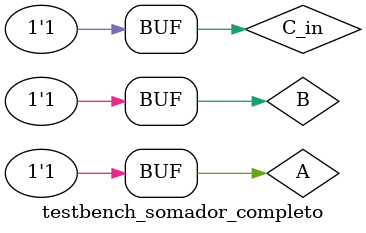
<source format=v>
`timescale 1ns/1ns
`include "somador_completo.v"

  module testbench_somador_completo;
    reg A, B, C_in;
    wire S, C_out;

    somador_completo uut (.A(A), .B(B), .C_in(C_in), .C_out(C_out), .S(S));

    initial begin
        $dumpfile("testbench_somador_completo.vcd");
        $dumpvars(0, testbench_somador_completo);

        C_in = 0;
        A = 0; B = 0; #20
        A = 0; B = 1; #20
        A = 1; B = 0; #20
        A = 1; B = 1; #20

        C_in = 1;
        A = 0; B = 0; #20
        A = 0; B = 1; #20
        A = 1; B = 0; #20
        A = 1; B = 1; #20

        $display("Teste completo");
    end
  endmodule

</source>
